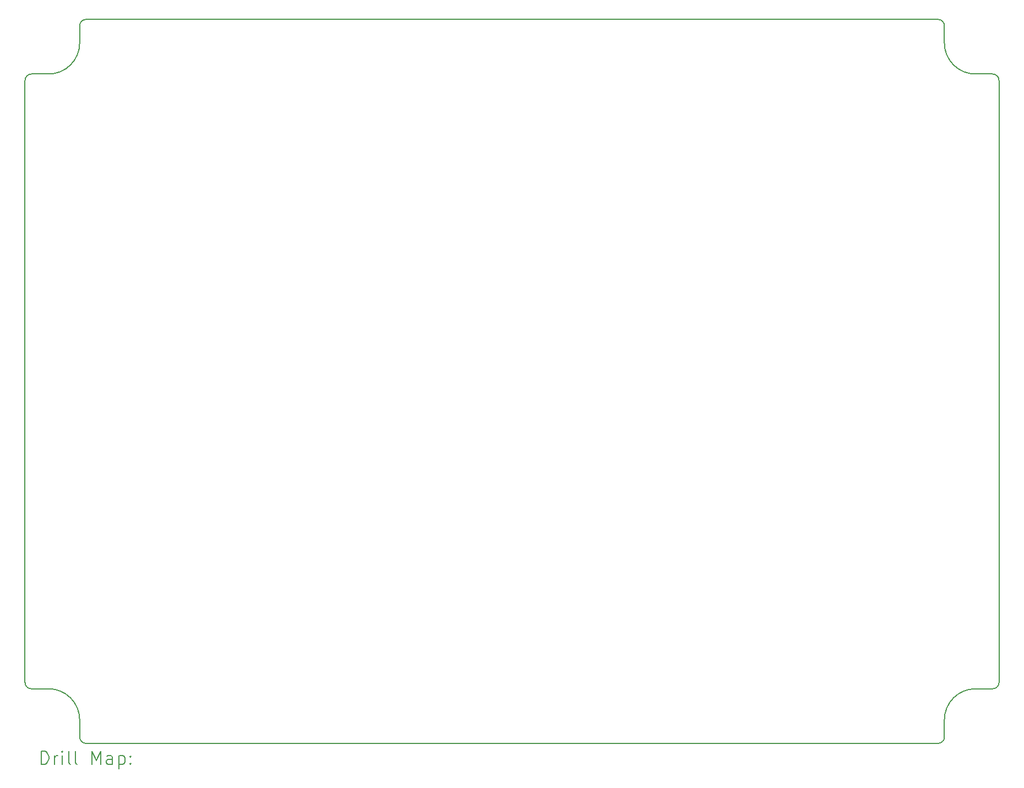
<source format=gbr>
%TF.GenerationSoftware,KiCad,Pcbnew,7.0.7-7.0.7~ubuntu22.04.1*%
%TF.CreationDate,2023-09-16T20:13:10-03:00*%
%TF.ProjectId,EQfixture,45516669-7874-4757-9265-2e6b69636164,rev?*%
%TF.SameCoordinates,Original*%
%TF.FileFunction,Drillmap*%
%TF.FilePolarity,Positive*%
%FSLAX45Y45*%
G04 Gerber Fmt 4.5, Leading zero omitted, Abs format (unit mm)*
G04 Created by KiCad (PCBNEW 7.0.7-7.0.7~ubuntu22.04.1) date 2023-09-16 20:13:10*
%MOMM*%
%LPD*%
G01*
G04 APERTURE LIST*
%ADD10C,0.200000*%
G04 APERTURE END LIST*
D10*
X21618849Y-3428977D02*
G75*
G03*
X21521526Y-3331661I-97309J7D01*
G01*
X8417526Y-14470293D02*
X21521526Y-14470293D01*
X21521526Y-3331661D02*
X8417526Y-3331661D01*
X7841526Y-4171660D02*
G75*
G03*
X8320209Y-3692977I0J478683D01*
G01*
X22097526Y-13630292D02*
G75*
G03*
X21618842Y-14108977I4J-478688D01*
G01*
X8320209Y-3428977D02*
X8320209Y-3692977D01*
X22097526Y-13630293D02*
X22361526Y-13630293D01*
X22361526Y-13630292D02*
G75*
G03*
X22458842Y-13532977I4J97312D01*
G01*
X7480209Y-4268977D02*
X7480209Y-13532977D01*
X7841526Y-4171661D02*
X7577526Y-4171661D01*
X7577526Y-4171659D02*
G75*
G03*
X7480209Y-4268977I4J-97321D01*
G01*
X22361526Y-4171661D02*
X22097526Y-4171661D01*
X8320217Y-14372977D02*
G75*
G03*
X8417526Y-14470293I97323J7D01*
G01*
X8320209Y-14108977D02*
X8320209Y-14372977D01*
X22458842Y-13532977D02*
X22458842Y-4269877D01*
X22458849Y-4269877D02*
G75*
G03*
X22361526Y-4171656I-97309J907D01*
G01*
X21618842Y-14372977D02*
X21618842Y-14108977D01*
X8417526Y-3331659D02*
G75*
G03*
X8320209Y-3428977I4J-97321D01*
G01*
X21618842Y-3692977D02*
X21618842Y-3428977D01*
X21618849Y-3692977D02*
G75*
G03*
X22097526Y-4171661I478691J7D01*
G01*
X7480217Y-13532977D02*
G75*
G03*
X7577526Y-13630293I97323J7D01*
G01*
X7577526Y-13630293D02*
X7841526Y-13630293D01*
X8320217Y-14108977D02*
G75*
G03*
X7841526Y-13630293I-478677J7D01*
G01*
X21521526Y-14470292D02*
G75*
G03*
X21618842Y-14372977I4J97312D01*
G01*
X7730986Y-14791777D02*
X7730986Y-14591777D01*
X7730986Y-14591777D02*
X7778605Y-14591777D01*
X7778605Y-14591777D02*
X7807176Y-14601301D01*
X7807176Y-14601301D02*
X7826224Y-14620349D01*
X7826224Y-14620349D02*
X7835748Y-14639396D01*
X7835748Y-14639396D02*
X7845272Y-14677491D01*
X7845272Y-14677491D02*
X7845272Y-14706063D01*
X7845272Y-14706063D02*
X7835748Y-14744158D01*
X7835748Y-14744158D02*
X7826224Y-14763206D01*
X7826224Y-14763206D02*
X7807176Y-14782253D01*
X7807176Y-14782253D02*
X7778605Y-14791777D01*
X7778605Y-14791777D02*
X7730986Y-14791777D01*
X7930986Y-14791777D02*
X7930986Y-14658444D01*
X7930986Y-14696539D02*
X7940510Y-14677491D01*
X7940510Y-14677491D02*
X7950034Y-14667968D01*
X7950034Y-14667968D02*
X7969081Y-14658444D01*
X7969081Y-14658444D02*
X7988129Y-14658444D01*
X8054795Y-14791777D02*
X8054795Y-14658444D01*
X8054795Y-14591777D02*
X8045272Y-14601301D01*
X8045272Y-14601301D02*
X8054795Y-14610825D01*
X8054795Y-14610825D02*
X8064319Y-14601301D01*
X8064319Y-14601301D02*
X8054795Y-14591777D01*
X8054795Y-14591777D02*
X8054795Y-14610825D01*
X8178605Y-14791777D02*
X8159557Y-14782253D01*
X8159557Y-14782253D02*
X8150034Y-14763206D01*
X8150034Y-14763206D02*
X8150034Y-14591777D01*
X8283367Y-14791777D02*
X8264319Y-14782253D01*
X8264319Y-14782253D02*
X8254795Y-14763206D01*
X8254795Y-14763206D02*
X8254795Y-14591777D01*
X8511938Y-14791777D02*
X8511938Y-14591777D01*
X8511938Y-14591777D02*
X8578605Y-14734634D01*
X8578605Y-14734634D02*
X8645272Y-14591777D01*
X8645272Y-14591777D02*
X8645272Y-14791777D01*
X8826224Y-14791777D02*
X8826224Y-14687015D01*
X8826224Y-14687015D02*
X8816700Y-14667968D01*
X8816700Y-14667968D02*
X8797653Y-14658444D01*
X8797653Y-14658444D02*
X8759557Y-14658444D01*
X8759557Y-14658444D02*
X8740510Y-14667968D01*
X8826224Y-14782253D02*
X8807177Y-14791777D01*
X8807177Y-14791777D02*
X8759557Y-14791777D01*
X8759557Y-14791777D02*
X8740510Y-14782253D01*
X8740510Y-14782253D02*
X8730986Y-14763206D01*
X8730986Y-14763206D02*
X8730986Y-14744158D01*
X8730986Y-14744158D02*
X8740510Y-14725111D01*
X8740510Y-14725111D02*
X8759557Y-14715587D01*
X8759557Y-14715587D02*
X8807177Y-14715587D01*
X8807177Y-14715587D02*
X8826224Y-14706063D01*
X8921462Y-14658444D02*
X8921462Y-14858444D01*
X8921462Y-14667968D02*
X8940510Y-14658444D01*
X8940510Y-14658444D02*
X8978605Y-14658444D01*
X8978605Y-14658444D02*
X8997653Y-14667968D01*
X8997653Y-14667968D02*
X9007177Y-14677491D01*
X9007177Y-14677491D02*
X9016700Y-14696539D01*
X9016700Y-14696539D02*
X9016700Y-14753682D01*
X9016700Y-14753682D02*
X9007177Y-14772730D01*
X9007177Y-14772730D02*
X8997653Y-14782253D01*
X8997653Y-14782253D02*
X8978605Y-14791777D01*
X8978605Y-14791777D02*
X8940510Y-14791777D01*
X8940510Y-14791777D02*
X8921462Y-14782253D01*
X9102415Y-14772730D02*
X9111938Y-14782253D01*
X9111938Y-14782253D02*
X9102415Y-14791777D01*
X9102415Y-14791777D02*
X9092891Y-14782253D01*
X9092891Y-14782253D02*
X9102415Y-14772730D01*
X9102415Y-14772730D02*
X9102415Y-14791777D01*
X9102415Y-14667968D02*
X9111938Y-14677491D01*
X9111938Y-14677491D02*
X9102415Y-14687015D01*
X9102415Y-14687015D02*
X9092891Y-14677491D01*
X9092891Y-14677491D02*
X9102415Y-14667968D01*
X9102415Y-14667968D02*
X9102415Y-14687015D01*
M02*

</source>
